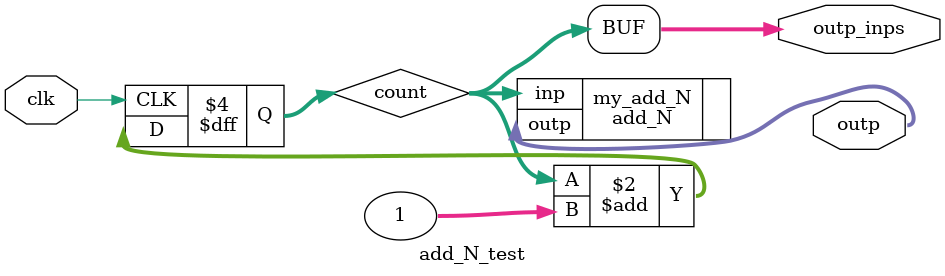
<source format=v>





module add_N_test
	#(parameter
		data_width = 8,
		num_elems = 4)
	(
		input wire clk,
		output wire [data_width - 1 : 0] outp,
		output wire [num_elems * data_width - 1 : 0] outp_inps
	);

	localparam 
		num_bits = data_width * num_elems;

	// counter
	reg [num_bits - 1 : 0] count;
	initial begin
		count = 0;
	end
	always @ (posedge clk)
		count <= count + 1;
	assign outp_inps = count;
	
	// instantiate DUT
	add_N
		#(
			.N(num_elems),
			.DW(data_width)
		) my_add_N (
			.inp(count),
			.outp(outp)
		);


endmodule

</source>
